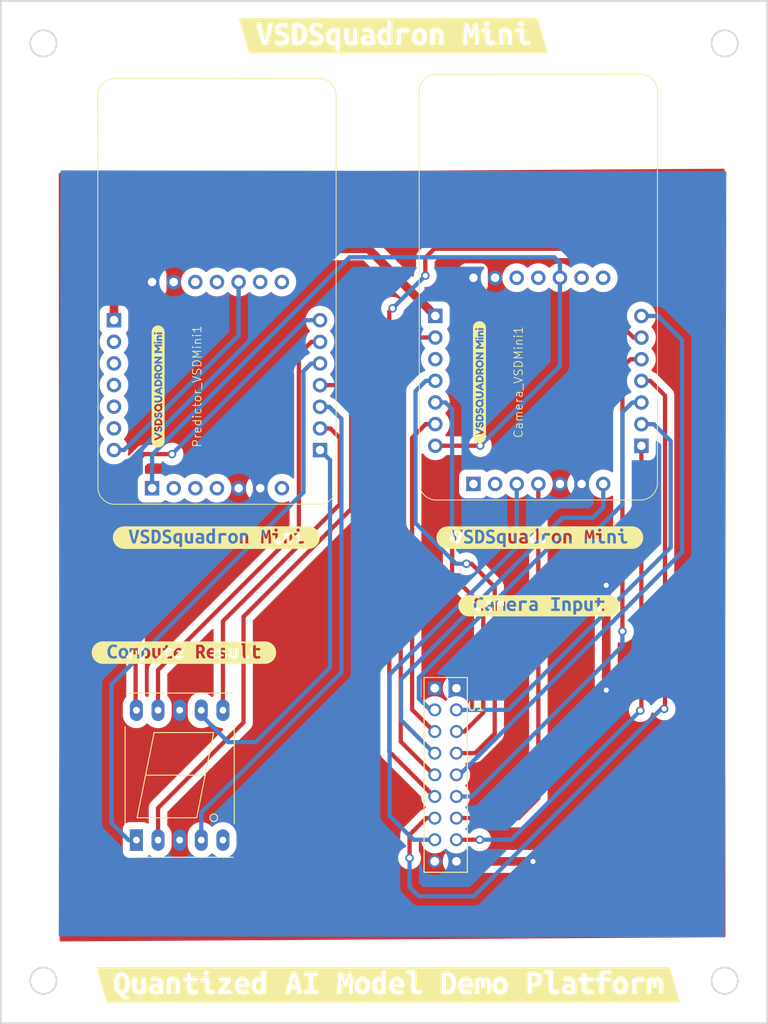
<source format=kicad_pcb>
(kicad_pcb (version 20240108) (generator "pcbnew") (generator_version "8.0")
  (layers (0 "F.Cu" signal) (31 "B.Cu" signal) (34 "B.Paste" user) (35 "F.Paste" user) (36 "B.SilkS" user "B.Silkscreen") (37 "F.SilkS" user "F.Silkscreen") (38 "B.Mask" user) (39 "F.Mask" user) (44 "Edge.Cuts" user))
  (net 0 "")
  (net 1 "Net-(AFF1-c)")
  (net 2 "Net-(AFF1-b)")
  (net 3 "Net-(AFF1-e)")
  (net 4 "Net-(AFF1-a)")
  (net 5 "+3.3V")
  (net 6 "Net-(AFF1-d)")
  (net 7 "Net-(AFF1-f)")
  (net 8 "Net-(AFF1-g)")
  (net 11 "Net-(Camera_VSDMini1-Nano_PC7)")
  (net 13 "Net-(Camera_VSDMini1-Nano_PC4)")
  (net 14 "Net-(Camera_VSDMini1-Nano_PD4)")
  (net 15 "Net-(Camera_VSDMini1-Nano_PD3)")
  (net 16 "Net-(Camera_VSDMini1-Nano_PA2)")
  (net 17 "Net-(Camera_VSDMini1-+5V)")
  (net 18 "Net-(Camera_VSDMini1-Nano_PD5)")
  (net 20 "GND")
  (net 21 "Net-(Camera_VSDMini1-Nano_PA1)")
  (net 22 "Net-(Camera_VSDMini1-Nano_PC1)")
  (net 25 "Net-(Camera_VSDMini1-Nano_PD0)")
  (net 26 "Net-(Camera_VSDMini1-Nano_PC6)")
  (net 27 "Net-(Camera_VSDMini1-Nano_PC2)")
  (net 28 "Net-(Camera_VSDMini1-Nano_PC5)")
  (net 29 "Net-(Camera_VSDMini1-Nano_PC0)")
  (net 31 "Net-(Camera_VSDMini1-Nano_PC3)")
  (net 32 "Net-(Camera_VSDMini1-Nano_PD2)")
  (net 36 "Net-(Predictor_VSDMini1-Nano_PD5)")
  (footprint "kibuzzard-66C8A86F" (layer "F.Cu") (at 71.5 126.5)
    (property "Reference" "kibuzzard-66C8A86F" (hide yes))
    (property "Value" "G***" (hide yes))
  )
  (footprint "VSD:VSDSquadron Mini" (layer "F.Cu") (at 73.5486 95.2564 90)
    (property "Reference" "Predictor_VSDMini1" (at 0 -0.5 90) (layer "F.SilkS") (effects (font (thickness 0.1))))
    (property "Value" "~")
    (pad "1" thru_hole rect (at -11.943567 -5.783567 90) (size 1.7 1.7) (drill 1) (layers "*.Cu" "*.Mask") (net 18 "Net-(Camera_VSDMini1-Nano_PD5)"))
    (pad "2" thru_hole oval (at -11.943567 -3.243567 90) (size 1.7 1.7) (drill 1) (layers "*.Cu" "*.Mask"))
    (pad "3" thru_hole oval (at -11.943567 -0.703567 90) (size 1.7 1.7) (drill 1) (layers "*.Cu" "*.Mask"))
    (pad "4" thru_hole oval (at -11.943567 1.836433 90) (size 1.7 1.7) (drill 1) (layers "*.Cu" "*.Mask"))
    (pad "5" thru_hole oval (at -11.943567 4.376433 90) (size 1.7 1.7) (drill 1) (layers "*.Cu" "*.Mask") (net 5 "+3.3V"))
    (pad "6" thru_hole oval (at -11.943567 6.916433 90) (size 1.7 1.7) (drill 1) (layers "*.Cu" "*.Mask") (net 20 "GND"))
    (pad "7" thru_hole oval (at -11.943567 9.456433 90) (size 1.7 1.7) (drill 1) (layers "*.Cu" "*.Mask"))
    (pad "8" thru_hole rect (at -7.468567 13.936433 180) (size 1.7 1.7) (drill 1) (layers "*.Cu" "*.Mask") (net 4 "Net-(AFF1-a)"))
    (pad "9" thru_hole oval (at -4.928567 13.936433 180) (size 1.7 1.7) (drill 1) (layers "*.Cu" "*.Mask") (net 2 "Net-(AFF1-b)"))
    (pad "10" thru_hole oval (at -2.388567 13.936433 180) (size 1.7 1.7) (drill 1) (layers "*.Cu" "*.Mask") (net 1 "Net-(AFF1-c)"))
    (pad "11" thru_hole oval (at 0.151433 13.936433 180) (size 1.7 1.7) (drill 1) (layers "*.Cu" "*.Mask") (net 6 "Net-(AFF1-d)"))
    (pad "12" thru_hole oval (at 2.691433 13.936433 180) (size 1.7 1.7) (drill 1) (layers "*.Cu" "*.Mask") (net 3 "Net-(AFF1-e)"))
    (pad "13" thru_hole oval (at 5.231433 13.936433 180) (size 1.7 1.7) (drill 1) (layers "*.Cu" "*.Mask") (net 7 "Net-(AFF1-f)"))
    (pad "14" thru_hole oval (at 7.771433 13.936433 180) (size 1.7 1.7) (drill 1) (layers "*.Cu" "*.Mask") (net 8 "Net-(AFF1-g)"))
    (pad "15" thru_hole oval (at 12.256433 9.451433 90) (size 1.7 1.7) (drill 1) (layers "*.Cu" "*.Mask"))
    (pad "16" thru_hole oval (at 12.256433 6.911433 90) (size 1.7 1.7) (drill 1) (layers "*.Cu" "*.Mask"))
    (pad "17" thru_hole oval (at 12.256433 4.371433 90) (size 1.7 1.7) (drill 1) (layers "*.Cu" "*.Mask") (net 36 "Net-(Predictor_VSDMini1-Nano_PD5)"))
    (pad "18" thru_hole oval (at 12.256433 1.831433 90) (size 1.7 1.7) (drill 1) (layers "*.Cu" "*.Mask"))
    (pad "19" thru_hole oval (at 12.256433 -0.708567 90) (size 1.7 1.7) (drill 1) (layers "*.Cu" "*.Mask"))
    (pad "20" thru_hole oval (at 12.256433 -3.248567 90) (size 1.7 1.7) (drill 1) (layers "*.Cu" "*.Mask") (net 5 "+3.3V"))
    (pad "21" thru_hole rect (at 12.256433 -5.788567 90) (size 1.7 1.7) (drill 1) (layers "*.Cu" "*.Mask") (net 20 "GND"))
    (pad "22" thru_hole rect (at 7.781433 -10.263567) (size 1.7 1.7) (drill 1) (layers "*.Cu" "*.Mask") (net 17 "Net-(Camera_VSDMini1-+5V)"))
    (pad "23" thru_hole oval (at 5.241433 -10.263567) (size 1.7 1.7) (drill 1) (layers "*.Cu" "*.Mask"))
    (pad "24" thru_hole oval (at 2.701433 -10.263567) (size 1.7 1.7) (drill 1) (layers "*.Cu" "*.Mask"))
    (pad "25" thru_hole oval (at 0.161433 -10.263567) (size 1.7 1.7) (drill 1) (layers "*.Cu" "*.Mask"))
    (pad "26" thru_hole oval (at -2.378567 -10.263567) (size 1.7 1.7) (drill 1) (layers "*.Cu" "*.Mask"))
    (pad "27" thru_hole oval (at -4.918567 -10.263567) (size 1.7 1.7) (drill 1) (layers "*.Cu" "*.Mask"))
    (pad "28" thru_hole oval (at -7.458567 -10.263567) (size 1.7 1.7) (drill 1) (layers "*.Cu" "*.Mask") (net 36 "Net-(Predictor_VSDMini1-Nano_PD5)"))
  )
  (footprint "kibuzzard-66C8A7E0" (layer "F.Cu") (at 113.2 121)
    (property "Reference" "kibuzzard-66C8A7E0" (hide yes))
    (property "Value" "G***" (hide yes))
  )
  (footprint "Display_7Segment:7SegmentLED_LTS6760_LTS6780" (layer "F.Cu") (at 65.92 148.5 90)
    (property "Reference" "AFF1" (hide yes))
    (property "Value" "LTS-6960HR" (hide yes))
    (pad "1" thru_hole rect (at 0 0) (size 1.524 2.524) (drill 0.8) (layers "*.Cu" "*.Mask") (net 3 "Net-(AFF1-e)"))
    (pad "2" thru_hole oval (at 0 2.54) (size 1.524 2.524) (drill 0.8) (layers "*.Cu" "*.Mask") (net 6 "Net-(AFF1-d)"))
    (pad "3" thru_hole oval (at 0 5.08) (size 1.524 2.524) (drill 0.8) (layers "*.Cu" "*.Mask") (net 5 "+3.3V"))
    (pad "4" thru_hole oval (at 0 7.62) (size 1.524 2.524) (drill 0.8) (layers "*.Cu" "*.Mask") (net 1 "Net-(AFF1-c)"))
    (pad "5" thru_hole oval (at 0 10.16) (size 1.524 2.524) (drill 0.8) (layers "*.Cu" "*.Mask"))
    (pad "6" thru_hole oval (at 15.24 10.16) (size 1.524 2.524) (drill 0.8) (layers "*.Cu" "*.Mask") (net 2 "Net-(AFF1-b)"))
    (pad "7" thru_hole oval (at 15.24 7.62) (size 1.524 2.524) (drill 0.8) (layers "*.Cu" "*.Mask") (net 4 "Net-(AFF1-a)"))
    (pad "8" thru_hole oval (at 15.24 5.08) (size 1.524 2.524) (drill 0.8) (layers "*.Cu" "*.Mask") (net 5 "+3.3V"))
    (pad "9" thru_hole oval (at 15.24 2.54) (size 1.524 2.524) (drill 0.8) (layers "*.Cu" "*.Mask") (net 7 "Net-(AFF1-f)"))
    (pad "10" thru_hole oval (at 15.24 0) (size 1.524 2.524) (drill 0.8) (layers "*.Cu" "*.Mask") (net 8 "Net-(AFF1-g)"))
  )
  (footprint "kibuzzard-66C8A791" (layer "F.Cu") (at 75.3 113)
    (property "Reference" "kibuzzard-66C8A791" (hide yes))
    (property "Value" "G***" (hide yes))
  )
  (footprint "VSD:VSDSquadron Mini" (layer "F.Cu") (at 111.2886 94.7564 90)
    (property "Reference" "Camera_VSDMini1" (at 0 -0.5 90) (layer "F.SilkS") (effects (font (thickness 0.1))))
    (property "Value" "~")
    (pad "1" thru_hole rect (at -11.943567 -5.783567 90) (size 1.7 1.7) (drill 1) (layers "*.Cu" "*.Mask"))
    (pad "2" thru_hole oval (at -11.943567 -3.243567 90) (size 1.7 1.7) (drill 1) (layers "*.Cu" "*.Mask"))
    (pad "3" thru_hole oval (at -11.943567 -0.703567 90) (size 1.7 1.7) (drill 1) (layers "*.Cu" "*.Mask") (net 21 "Net-(Camera_VSDMini1-Nano_PA1)"))
    (pad "4" thru_hole oval (at -11.943567 1.836433 90) (size 1.7 1.7) (drill 1) (layers "*.Cu" "*.Mask") (net 16 "Net-(Camera_VSDMini1-Nano_PA2)"))
    (pad "5" thru_hole oval (at -11.943567 4.376433 90) (size 1.7 1.7) (drill 1) (layers "*.Cu" "*.Mask") (net 5 "+3.3V"))
    (pad "6" thru_hole oval (at -11.943567 6.916433 90) (size 1.7 1.7) (drill 1) (layers "*.Cu" "*.Mask") (net 20 "GND"))
    (pad "7" thru_hole oval (at -11.943567 9.456433 90) (size 1.7 1.7) (drill 1) (layers "*.Cu" "*.Mask") (net 25 "Net-(Camera_VSDMini1-Nano_PD0)"))
    (pad "8" thru_hole rect (at -7.468567 13.936433 180) (size 1.7 1.7) (drill 1) (layers "*.Cu" "*.Mask") (net 29 "Net-(Camera_VSDMini1-Nano_PC0)"))
    (pad "9" thru_hole oval (at -4.928567 13.936433 180) (size 1.7 1.7) (drill 1) (layers "*.Cu" "*.Mask") (net 22 "Net-(Camera_VSDMini1-Nano_PC1)"))
    (pad "10" thru_hole oval (at -2.388567 13.936433 180) (size 1.7 1.7) (drill 1) (layers "*.Cu" "*.Mask") (net 27 "Net-(Camera_VSDMini1-Nano_PC2)"))
    (pad "11" thru_hole oval (at 0.151433 13.936433 180) (size 1.7 1.7) (drill 1) (layers "*.Cu" "*.Mask") (net 31 "Net-(Camera_VSDMini1-Nano_PC3)"))
    (pad "12" thru_hole oval (at 2.691433 13.936433 180) (size 1.7 1.7) (drill 1) (layers "*.Cu" "*.Mask") (net 13 "Net-(Camera_VSDMini1-Nano_PC4)"))
    (pad "13" thru_hole oval (at 5.231433 13.936433 180) (size 1.7 1.7) (drill 1) (layers "*.Cu" "*.Mask") (net 28 "Net-(Camera_VSDMini1-Nano_PC5)"))
    (pad "14" thru_hole oval (at 7.771433 13.936433 180) (size 1.7 1.7) (drill 1) (layers "*.Cu" "*.Mask") (net 26 "Net-(Camera_VSDMini1-Nano_PC6)"))
    (pad "15" thru_hole oval (at 12.256433 9.451433 90) (size 1.7 1.7) (drill 1) (layers "*.Cu" "*.Mask"))
    (pad "16" thru_hole oval (at 12.256433 6.911433 90) (size 1.7 1.7) (drill 1) (layers "*.Cu" "*.Mask"))
    (pad "17" thru_hole oval (at 12.256433 4.371433 90) (size 1.7 1.7) (drill 1) (layers "*.Cu" "*.Mask") (net 18 "Net-(Camera_VSDMini1-Nano_PD5)"))
    (pad "18" thru_hole oval (at 12.256433 1.831433 90) (size 1.7 1.7) (drill 1) (layers "*.Cu" "*.Mask"))
    (pad "19" thru_hole oval (at 12.256433 -0.708567 90) (size 1.7 1.7) (drill 1) (layers "*.Cu" "*.Mask"))
    (pad "20" thru_hole oval (at 12.256433 -3.248567 90) (size 1.7 1.7) (drill 1) (layers "*.Cu" "*.Mask") (net 5 "+3.3V"))
    (pad "21" thru_hole rect (at 12.256433 -5.788567 90) (size 1.7 1.7) (drill 1) (layers "*.Cu" "*.Mask") (net 20 "GND"))
    (pad "22" thru_hole rect (at 7.781433 -10.263567) (size 1.7 1.7) (drill 1) (layers "*.Cu" "*.Mask") (net 17 "Net-(Camera_VSDMini1-+5V)"))
    (pad "23" thru_hole oval (at 5.241433 -10.263567) (size 1.7 1.7) (drill 1) (layers "*.Cu" "*.Mask") (net 11 "Net-(Camera_VSDMini1-Nano_PC7)"))
    (pad "24" thru_hole oval (at 2.701433 -10.263567) (size 1.7 1.7) (drill 1) (layers "*.Cu" "*.Mask"))
    (pad "25" thru_hole oval (at 0.161433 -10.263567) (size 1.7 1.7) (drill 1) (layers "*.Cu" "*.Mask") (net 32 "Net-(Camera_VSDMini1-Nano_PD2)"))
    (pad "26" thru_hole oval (at -2.378567 -10.263567) (size 1.7 1.7) (drill 1) (layers "*.Cu" "*.Mask") (net 15 "Net-(Camera_VSDMini1-Nano_PD3)"))
    (pad "27" thru_hole oval (at -4.918567 -10.263567) (size 1.7 1.7) (drill 1) (layers "*.Cu" "*.Mask") (net 14 "Net-(Camera_VSDMini1-Nano_PD4)"))
    (pad "28" thru_hole oval (at -7.458567 -10.263567) (size 1.7 1.7) (drill 1) (layers "*.Cu" "*.Mask") (net 18 "Net-(Camera_VSDMini1-Nano_PD5)"))
  )
  (footprint "kibuzzard-66C8ADA8" (layer "F.Cu") (at 95.5 165.5)
    (property "Reference" "kibuzzard-66C8ADA8" (hide yes))
    (property "Value" "G***" (hide yes))
  )
  (footprint "kibuzzard-66C8A791" (layer "F.Cu") (at 113.3 113)
    (property "Reference" "kibuzzard-66C8A791" (hide yes))
    (property "Value" "G***" (hide yes))
  )
  (footprint "kibuzzard-66C8AD7B" (layer "F.Cu") (at 96.1 54.1)
    (property "Reference" "kibuzzard-66C8AD7B" (hide yes))
    (property "Value" "G***" (hide yes))
  )
  (footprint "OV7670:CAMERA-OV7670-DIP" (layer "F.Cu") (at 114.46 141)
    (property "Reference" "U1" (at -8.652 -8.19 180) (layer "F.SilkS"))
    (property "Value" "CAMERA-OV7670")
    (pad "P$1" thru_hole circle (at -13.5 10) (size 1.524 1.524) (drill 1.016) (layers "*.Cu" "*.Mask") (net 5 "+3.3V"))
    (pad "P$2" thru_hole circle (at -13.5 7.46) (size 1.524 1.524) (drill 1.016) (layers "*.Cu" "*.Mask") (net 21 "Net-(Camera_VSDMini1-Nano_PA1)"))
    (pad "P$3" thru_hole circle (at -13.5 4.92) (size 1.524 1.524) (drill 1.016) (layers "*.Cu" "*.Mask") (net 31 "Net-(Camera_VSDMini1-Nano_PC3)"))
    (pad "P$4" thru_hole circle (at -13.5 2.38) (size 1.524 1.524) (drill 1.016) (layers "*.Cu" "*.Mask") (net 28 "Net-(Camera_VSDMini1-Nano_PC5)"))
    (pad "P$5" thru_hole circle (at -13.5 -0.16) (size 1.524 1.524) (drill 1.016) (layers "*.Cu" "*.Mask") (net 11 "Net-(Camera_VSDMini1-Nano_PC7)"))
    (pad "P$6" thru_hole circle (at -13.5 -2.7) (size 1.524 1.524) (drill 1.016) (layers "*.Cu" "*.Mask") (net 25 "Net-(Camera_VSDMini1-Nano_PD0)"))
    (pad "P$7" thru_hole circle (at -13.5 -5.24) (size 1.524 1.524) (drill 1.016) (layers "*.Cu" "*.Mask") (net 14 "Net-(Camera_VSDMini1-Nano_PD4)"))
    (pad "P$8" thru_hole circle (at -13.5 -7.78) (size 1.524 1.524) (drill 1.016) (layers "*.Cu" "*.Mask") (net 27 "Net-(Camera_VSDMini1-Nano_PC2)"))
    (pad "P$9" thru_hole rect (at -13.5 -10.32) (size 1.524 1.524) (drill 1.016) (layers "*.Cu" "*.Mask") (net 5 "+3.3V"))
    (pad "P$10" thru_hole circle (at -10.96 -10.32) (size 1.524 1.524) (drill 1.016) (layers "*.Cu" "*.Mask") (net 20 "GND"))
    (pad "P$11" thru_hole circle (at -10.96 -7.78) (size 1.524 1.524) (drill 1.016) (layers "*.Cu" "*.Mask") (net 22 "Net-(Camera_VSDMini1-Nano_PC1)"))
    (pad "P$12" thru_hole circle (at -10.96 -5.24) (size 1.524 1.524) (drill 1.016) (layers "*.Cu" "*.Mask") (net 15 "Net-(Camera_VSDMini1-Nano_PD3)"))
    (pad "P$13" thru_hole circle (at -10.96 -2.7) (size 1.524 1.524) (drill 1.016) (layers "*.Cu" "*.Mask") (net 32 "Net-(Camera_VSDMini1-Nano_PD2)"))
    (pad "P$14" thru_hole circle (at -10.96 -0.16) (size 1.524 1.524) (drill 1.016) (layers "*.Cu" "*.Mask") (net 26 "Net-(Camera_VSDMini1-Nano_PC6)"))
    (pad "P$15" thru_hole circle (at -10.96 2.38) (size 1.524 1.524) (drill 1.016) (layers "*.Cu" "*.Mask") (net 13 "Net-(Camera_VSDMini1-Nano_PC4)"))
    (pad "P$16" thru_hole circle (at -10.96 4.92) (size 1.524 1.524) (drill 1.016) (layers "*.Cu" "*.Mask") (net 16 "Net-(Camera_VSDMini1-Nano_PA2)"))
    (pad "P$17" thru_hole circle (at -10.96 7.46) (size 1.524 1.524) (drill 1.016) (layers "*.Cu" "*.Mask") (net 29 "Net-(Camera_VSDMini1-Nano_PC0)"))
    (pad "P$18" thru_hole circle (at -10.96 10) (size 1.524 1.524) (drill 1.016) (layers "*.Cu" "*.Mask") (net 20 "GND"))
  )
  (gr_circle (center 55 55) (end 56.55 55) (stroke (width 0.2)) (fill none) (layer "Edge.Cuts"))
  (gr_rect (start 50 50) (end 140 170) (stroke (width 0.2)) (fill none) (layer "Edge.Cuts"))
  (gr_circle (center 135 165) (end 136.55 165) (stroke (width 0.2)) (fill none) (layer "Edge.Cuts"))
  (gr_circle (center 135 55) (end 136.55 55) (stroke (width 0.2)) (fill none) (layer "Edge.Cuts"))
  (gr_circle (center 55 165) (end 56.55 165) (stroke (width 0.2)) (fill none) (layer "Edge.Cuts"))
  (segment (start 73.54 145.2722) (end 90 128.8122) (width 0.5) (layer "B.Cu") (net 1))
  (segment (start 90 99.0733) (end 88.5717 97.645) (width 0.5) (layer "B.Cu") (net 1))
  (segment (start 88.5717 97.645) (end 87.485 97.645) (width 0.5) (layer "B.Cu") (net 1))
  (segment (start 90 128.8122) (end 90 99.0733) (width 0.5) (layer "B.Cu") (net 1))
  (segment (start 73.54 148.5) (end 73.54 145.2722) (width 0.5) (layer "B.Cu") (net 1))
  (segment (start 89.8 101.3) (end 89.8 109.095046) (width 0.5) (layer "F.Cu") (net 2))
  (segment (start 88.685 100.185) (end 89.8 101.3) (width 0.5) (layer "F.Cu") (net 2))
  (segment (start 76.08 122.815046) (end 76.08 133.26) (width 0.5) (layer "F.Cu") (net 2))
  (segment (start 89.8 109.095046) (end 76.08 122.815046) (width 0.5) (layer "F.Cu") (net 2))
  (segment (start 87.485 100.185) (end 88.685 100.185) (width 0.5) (layer "F.Cu") (net 2))
  (segment (start 65 148.5) (end 63 146.5) (width 0.5) (layer "B.Cu") (net 3))
  (segment (start 63 130.2113) (end 85.5433 107.668) (width 0.5) (layer "B.Cu") (net 3))
  (segment (start 86.435 92.565) (end 87.485 92.565) (width 0.5) (layer "B.Cu") (net 3))
  (segment (start 85.5 93.5) (end 86.435 92.565) (width 0.5) (layer "B.Cu") (net 3))
  (segment (start 85.5433 107.668) (end 85.5433 93.5433) (width 0.5) (layer "B.Cu") (net 3))
  (segment (start 85.5433 93.5433) (end 85.5 93.5) (width 0.5) (layer "B.Cu") (net 3))
  (segment (start 63 146.5) (end 63 130.2113) (width 0.5) (layer "B.Cu") (net 3))
  (segment (start 65.92 148.5) (end 65 148.5) (width 0.5) (layer "B.Cu") (net 3))
  (segment (start 88.66 128.257154) (end 88.66 103.9) (width 0.5) (layer "B.Cu") (net 4))
  (segment (start 79.917154 137) (end 88.66 128.257154) (width 0.5) (layer "B.Cu") (net 4))
  (segment (start 88.66 103.9) (end 87.485 102.725) (width 0.5) (layer "B.Cu") (net 4))
  (segment (start 73.54 133.26) (end 73.54 133.839124) (width 0.5) (layer "B.Cu") (net 4))
  (segment (start 73.54 133.839124) (end 76.700876 137) (width 0.5) (layer "B.Cu") (net 4))
  (segment (start 76.700876 137) (end 79.917154 137) (width 0.5) (layer "B.Cu") (net 4))
  (segment (start 68.46 144.74) (end 78.5 134.7) (width 0.5) (layer "F.Cu") (net 6))
  (segment (start 91.14 109.650092) (end 91.14 96.8183) (width 0.5) (layer "F.Cu") (net 6))
  (segment (start 89.4267 95.105) (end 87.485 95.105) (width 0.5) (layer "F.Cu") (net 6))
  (segment (start 78.5 122.290092) (end 91.14 109.650092) (width 0.5) (layer "F.Cu") (net 6))
  (segment (start 68.46 148.5) (end 68.46 144.74) (width 0.5) (layer "F.Cu") (net 6))
  (segment (start 78.5 134.7) (end 78.5 122.290092) (width 0.5) (layer "F.Cu") (net 6))
  (segment (start 91.14 96.8183) (end 89.4267 95.105) (width 0.5) (layer "F.Cu") (net 6))
  (segment (start 86.475 90.025) (end 87.485 90.025) (width 0.5) (layer "F.Cu") (net 7))
  (segment (start 85 112) (end 85 91.5) (width 0.5) (layer "F.Cu") (net 7))
  (segment (start 85 91.5) (end 86.475 90.025) (width 0.5) (layer "F.Cu") (net 7))
  (segment (start 68.46 133.26) (end 68.46 128.54) (width 0.5) (layer "F.Cu") (net 7))
  (segment (start 68.46 128.54) (end 85 112) (width 0.5) (layer "F.Cu") (net 7))
  (segment (start 66.8 103.2) (end 70.1 103.2) (width 0.5) (layer "F.Cu") (net 8))
  (segment (start 65.825033 104.174967) (end 66.8 103.2) (width 0.5) (layer "F.Cu") (net 8))
  (segment (start 65.92 133.26) (end 65.825033 133.165033) (width 0.5) (layer "F.Cu") (net 8))
  (segment (start 65.825033 133.165033) (end 65.825033 104.174967) (width 0.5) (layer "F.Cu") (net 8))
  (via (at 70.1 103.2) (size 1) (drill 0.6) (layers "F.Cu" "B.Cu") (net 8))
  (segment (start 85.815033 87.484967) (end 87.485033 87.484967) (width 0.5) (layer "B.Cu") (net 8))
  (segment (start 70.1 103.2) (end 85.815033 87.484967) (width 0.5) (layer "B.Cu") (net 8))
  (segment (start 100.96 140.84) (end 100.861 140.84) (width 0.5) (layer "F.Cu") (net 11))
  (segment (start 96.96 91.6383) (end 99.0833 89.515) (width 0.5) (layer "F.Cu") (net 11))
  (segment (start 100.861 140.84) (end 96.96 136.939) (width 0.5) (layer "F.Cu") (net 11))
  (segment (start 99.0833 89.515) (end 101.025 89.515) (width 0.5) (layer "F.Cu") (net 11))
  (segment (start 96.96 136.939) (end 96.96 91.6383) (width 0.5) (layer "F.Cu") (net 11))
  (segment (start 123 93) (end 123.935 92.065) (width 0.5) (layer "F.Cu") (net 13))
  (segment (start 123 124) (end 123 93) (width 0.5) (layer "F.Cu") (net 13))
  (segment (start 123.935 92.065) (end 125.225 92.065) (width 0.5) (layer "F.Cu") (net 13))
  (via (at 123 124) (size 1) (drill 0.6) (layers "F.Cu" "B.Cu") (net 13))
  (segment (start 123 124) (end 123 125.7) (width 0.5) (layer "B.Cu") (net 13))
  (segment (start 105.32 143.38) (end 103.5 143.38) (width 0.5) (layer "B.Cu") (net 13))
  (segment (start 123 125.7) (end 105.32 143.38) (width 0.5) (layer "B.Cu") (net 13))
  (segment (start 98.3 133.1935) (end 98.3 101.2833) (width 0.5) (layer "F.Cu") (net 14))
  (segment (start 98.3 101.2833) (end 99.9083 99.675) (width 0.5) (layer "F.Cu") (net 14))
  (segment (start 99.9083 99.675) (end 101.025 99.675) (width 0.5) (layer "F.Cu") (net 14))
  (segment (start 100.96 135.76) (end 100.8665 135.76) (width 0.5) (layer "F.Cu") (net 14))
  (segment (start 100.8665 135.76) (end 98.3 133.1935) (width 0.5) (layer "F.Cu") (net 14))
  (segment (start 104.44 135.76) (end 103.5 135.76) (width 0.5) (layer "F.Cu") (net 15))
  (segment (start 106.66 121.125757) (end 106.66 133.54) (width 0.5) (layer "F.Cu") (net 15))
  (segment (start 103 113.1) (end 103 117.307156) (width 0.5) (layer "F.Cu") (net 15))
  (segment (start 103 117.307156) (end 103.096422 117.403578) (width 0.5) (layer "F.Cu") (net 15))
  (segment (start 103.096422 117.403578) (end 103.096422 117.562179) (width 0.5) (layer "F.Cu") (net 15))
  (segment (start 103.096422 117.562179) (end 106.66 121.125757) (width 0.5) (layer "F.Cu") (net 15))
  (segment (start 106.66 133.54) (end 104.44 135.76) (width 0.5) (layer "F.Cu") (net 15))
  (via (at 103 113.1) (size 1) (drill 0.6) (layers "F.Cu" "B.Cu") (net 15))
  (segment (start 103 113.1) (end 103 97.907853) (width 0.5) (layer "B.Cu") (net 15))
  (segment (start 103 97.907853) (end 102.227114 97.134967) (width 0.5) (layer "B.Cu") (net 15))
  (segment (start 102.227114 97.134967) (end 101.025033 97.134967) (width 0.5) (layer "B.Cu") (net 15))
  (segment (start 110.789908 145.92) (end 103.5 145.92) (width 0.5) (layer "F.Cu") (net 16))
  (segment (start 113.125 106.7) (end 113.125 143.584908) (width 0.5) (layer "F.Cu") (net 16))
  (segment (start 113.125 143.584908) (end 110.789908 145.92) (width 0.5) (layer "F.Cu") (net 16))
  (segment (start 93.150066 79.1) (end 101.025033 86.974967) (width 1.016) (layer "F.Cu") (net 17))
  (segment (start 63.285033 87.474967) (end 63.285033 83.078967) (width 1.016) (layer "F.Cu") (net 17))
  (segment (start 67.264 79.1) (end 93.150066 79.1) (width 1.016) (layer "F.Cu") (net 17))
  (segment (start 63.285033 83.078967) (end 67.264 79.1) (width 1.016) (layer "F.Cu") (net 17))
  (segment (start 106.3 102.2) (end 106.285033 102.214967) (width 0.508) (layer "F.Cu") (net 18))
  (segment (start 106.285033 102.214967) (end 101.025033 102.214967) (width 0.508) (layer "F.Cu") (net 18))
  (via (at 106.3 102.2) (size 1) (drill 0.6) (layers "F.Cu" "B.Cu") (net 18))
  (segment (start 115 80.1) (end 115.660033 80.760033) (width 0.508) (layer "B.Cu") (net 18))
  (segment (start 115.660033 82.499967) (end 115.660033 92.839967) (width 0.508) (layer "B.Cu") (net 18))
  (segment (start 115.660033 92.839967) (end 106.3 102.2) (width 0.508) (layer "B.Cu") (net 18))
  (segment (start 115.660033 80.760033) (end 115.660033 82.499967) (width 0.508) (layer "B.Cu") (net 18))
  (segment (start 67.765033 103.28071) (end 90.945743 80.1) (width 0.508) (layer "B.Cu") (net 18))
  (segment (start 90.945743 80.1) (end 115 80.1) (width 0.508) (layer "B.Cu") (net 18))
  (segment (start 67.765033 107.199967) (end 67.765033 103.28071) (width 0.508) (layer "B.Cu") (net 18))
  (segment (start 103.5 151) (end 112.5 151) (width 1.016) (layer "F.Cu") (net 20))
  (segment (start 121.1 118.6) (end 121.1 130.9) (width 1.016) (layer "F.Cu") (net 20))
  (via (at 121.1 118.6) (size 1) (drill 0.6) (layers "F.Cu" "B.Cu") (net 20))
  (via (at 112.5 151) (size 1) (drill 0.6) (layers "F.Cu" "B.Cu") (net 20))
  (via (at 121.1 130.9) (size 1) (drill 0.6) (layers "F.Cu" "B.Cu") (net 20))
  (segment (start 95.66 129.075354) (end 95.66 145.66) (width 0.5) (layer "B.Cu") (net 21))
  (segment (start 110.585 114.150354) (end 95.66 129.075354) (width 0.5) (layer "B.Cu") (net 21))
  (segment (start 95.66 145.66) (end 98.46 148.46) (width 0.5) (layer "B.Cu") (net 21))
  (segment (start 98.46 148.46) (end 100.96 148.46) (width 0.5) (layer "B.Cu") (net 21))
  (segment (start 110.585 106.7) (end 110.585 114.150354) (width 0.5) (layer "B.Cu") (net 21))
  (segment (start 109.595754 133.22) (end 103.5 133.22) (width 0.5) (layer "B.Cu") (net 22))
  (segment (start 128.66 114.155754) (end 109.595754 133.22) (width 0.5) (layer "B.Cu") (net 22))
  (segment (start 126.685 99.685) (end 128.66 101.66) (width 0.5) (layer "B.Cu") (net 22))
  (segment (start 128.66 101.66) (end 128.66 114.155754) (width 0.5) (layer "B.Cu") (net 22))
  (segment (start 125.225 99.685) (end 126.685 99.685) (width 0.5) (layer "B.Cu") (net 22))
  (segment (start 100.96 138.3) (end 100.8675 138.3) (width 0.5) (layer "B.Cu") (net 25))
  (segment (start 120.745 109.454242) (end 120.745 106.7) (width 0.5) (layer "B.Cu") (net 25))
  (segment (start 115.9704 110.66) (end 119.539242 110.66) (width 0.5) (layer "B.Cu") (net 25))
  (segment (start 100.8675 138.3) (end 97 134.4325) (width 0.5) (layer "B.Cu") (net 25))
  (segment (start 97 129.6304) (end 115.9704 110.66) (width 0.5) (layer "B.Cu") (net 25))
  (segment (start 97 134.4325) (end 97 129.6304) (width 0.5) (layer "B.Cu") (net 25))
  (segment (start 119.539242 110.66) (end 120.745 109.454242) (width 0.5) (layer "B.Cu") (net 25))
  (segment (start 103.8708 140.84) (end 130 114.7108) (width 0.5) (layer "B.Cu") (net 26))
  (segment (start 130 89.8183) (end 127.1667 86.985) (width 0.5) (layer "B.Cu") (net 26))
  (segment (start 103.5 140.84) (end 103.8708 140.84) (width 0.5) (layer "B.Cu") (net 26))
  (segment (start 127.1667 86.985) (end 125.225 86.985) (width 0.5) (layer "B.Cu") (net 26))
  (segment (start 130 114.7108) (end 130 89.8183) (width 0.5) (layer "B.Cu") (net 26))
  (segment (start 100.4321 133.22) (end 99.0934 131.8813) (width 0.5) (layer "B.Cu") (net 27))
  (segment (start 99.0934 129.432046) (end 116.525446 112) (width 0.5) (layer "B.Cu") (net 27))
  (segment (start 123 109.094288) (end 123 98.2833) (width 0.5) (layer "B.Cu") (net 27))
  (segment (start 100.96 133.22) (end 100.4321 133.22) (width 0.5) (layer "B.Cu") (net 27))
  (segment (start 124.1383 97.145) (end 125.225 97.145) (width 0.5) (layer "B.Cu") (net 27))
  (segment (start 120.094288 112) (end 123 109.094288) (width 0.5) (layer "B.Cu") (net 27))
  (segment (start 123 98.2833) (end 124.1383 97.145) (width 0.5) (layer "B.Cu") (net 27))
  (segment (start 116.525446 112) (end 120.094288 112) (width 0.5) (layer "B.Cu") (net 27))
  (segment (start 99.0934 131.8813) (end 99.0934 129.432046) (width 0.5) (layer "B.Cu") (net 27))
  (segment (start 95.62 138.1243) (end 100.8757 143.38) (width 0.5) (layer "F.Cu") (net 28))
  (segment (start 96.01 86.09) (end 95.62 86.48) (width 0.5) (layer "F.Cu") (net 28))
  (segment (start 95.62 86.48) (end 95.62 138.1243) (width 0.5) (layer "F.Cu") (net 28))
  (segment (start 123.19165 82.208009) (end 123.19165 88.40835) (width 0.5) (layer "F.Cu") (net 28))
  (segment (start 120.083641 79.1) (end 123.19165 82.208009) (width 0.5) (layer "F.Cu") (net 28))
  (segment (start 100.9 79.1) (end 120.083641 79.1) (width 0.5) (layer "F.Cu") (net 28))
  (segment (start 124.3083 89.525) (end 123.19165 88.40835) (width 0.5) (layer "F.Cu") (net 28))
  (segment (start 125.225 89.525) (end 124.3083 89.525) (width 0.5) (layer "F.Cu") (net 28))
  (segment (start 100.8757 143.38) (end 100.96 143.38) (width 0.5) (layer "F.Cu") (net 28))
  (segment (start 99.85 80.15) (end 100.9 79.1) (width 0.5) (layer "F.Cu") (net 28))
  (segment (start 99.85 82.25) (end 99.85 80.15) (width 0.5) (layer "F.Cu") (net 28))
  (via (at 99.85 82.25) (size 1) (drill 0.6) (layers "F.Cu" "B.Cu") (net 28))
  (via (at 96.01 86.09) (size 1) (drill 0.6) (layers "F.Cu" "B.Cu") (net 28))
  (segment (start 96.01 86.09) (end 99.85 82.25) (width 0.5) (layer "B.Cu") (net 28))
  (segment (start 103.5 148.46) (end 106.24 148.46) (width 0.5) (layer "F.Cu") (net 29))
  (segment (start 125.225 133.379954) (end 125.225 102.225) (width 0.5) (layer "F.Cu") (net 29))
  (via (at 125.1 133.3) (size 1) (drill 0.6) (layers "F.Cu" "B.Cu") (net 29))
  (via (at 106.24 148.46) (size 1) (drill 0.6) (layers "F.Cu" "B.Cu") (net 29))
  (segment (start 106.24 148.46) (end 109.94 148.46) (width 0.5) (layer "B.Cu") (net 29))
  (segment (start 109.94 148.46) (end 125.1 133.3) (width 0.5) (layer "B.Cu") (net 29))
  (segment (start 99.96795 145.92) (end 100.96 145.92) (width 0.5) (layer "F.Cu") (net 31))
  (segment (start 98 150.6) (end 98 147.88795) (width 0.5) (layer "F.Cu") (net 31))
  (segment (start 128 133) (end 127.9 133.1) (width 0.5) (layer "F.Cu") (net 31))
  (segment (start 98 147.88795) (end 99.96795 145.92) (width 0.5) (layer "F.Cu") (net 31))
  (segment (start 126.2717 94.605) (end 128 96.3333) (width 0.5) (layer "F.Cu") (net 31))
  (segment (start 128 96.3333) (end 128 133) (width 0.5) (layer "F.Cu") (net 31))
  (segment (start 125.225 94.605) (end 126.2717 94.605) (width 0.5) (layer "F.Cu") (net 31))
  (via (at 127.9 133.1) (size 1) (drill 0.6) (layers "F.Cu" "B.Cu") (net 31))
  (via (at 98 150.6) (size 1) (drill 0.6) (layers "F.Cu" "B.Cu") (net 31))
  (segment (start 98 150.6) (end 98 154) (width 0.5) (layer "B.Cu") (net 31))
  (segment (start 105.5486 155.1) (end 127.5486 133.1) (width 0.5) (layer "B.Cu") (net 31))
  (segment (start 127.5486 133.1) (end 127.9 133.1) (width 0.5) (layer "B.Cu") (net 31))
  (segment (start 99.1 155.1) (end 105.5486 155.1) (width 0.5) (layer "B.Cu") (net 31))
  (segment (start 98 154) (end 99.1 155.1) (width 0.5) (layer "B.Cu") (net 31))
  (segment (start 105.2688 116.0688) (end 108 118.8) (width 0.5) (layer "F.Cu") (net 32))
  (segment (start 104.680605 116.0688) (end 105.2688 116.0688) (width 0.5) (layer "F.Cu") (net 32))
  (segment (start 108 118.8) (end 108 136) (width 0.5) (layer "F.Cu") (net 32))
  (segment (start 105.7 138.3) (end 103.5 138.3) (width 0.5) (layer "F.Cu") (net 32))
  (segment (start 108 136) (end 105.7 138.3) (width 0.5) (layer "F.Cu") (net 32))
  (via (at 104.680605 116.0688) (size 1) (drill 0.6) (layers "F.Cu" "B.Cu") (net 32))
  (segment (start 98.7 95.8) (end 99.905 94.595) (width 0.5) (layer "B.Cu") (net 32))
  (segment (start 104.680605 116.0688) (end 103.4688 116.0688) (width 0.5) (layer "B.Cu") (net 32))
  (segment (start 98.7 111.3) (end 98.7 95.8) (width 0.5) (layer "B.Cu") (net 32))
  (segment (start 99.905 94.595) (end 101.025 94.595) (width 0.5) (layer "B.Cu") (net 32))
  (segment (start 103.4688 116.0688) (end 98.7 111.3) (width 0.5) (layer "B.Cu") (net 32))
  (segment (start 77.920033 82.999967) (end 77.920033 89.282048) (width 0.508) (layer "B.Cu") (net 36))
  (segment (start 77.920033 89.282048) (end 64.487114 102.714967) (width 0.508) (layer "B.Cu") (net 36))
  (segment (start 64.487114 102.714967) (end 63.285033 102.714967) (width 0.508) (layer "B.Cu") (net 36))
  (zone (net 5) (net_name "+3.3V") (layer "F.Cu") (connect_pads yes (clearance 0.762)) (min_thickness 0.254) (fill yes (thermal_gap 0.15) (thermal_bridge_width 0.5))
    (polygon (pts (xy 56.8 70.2) (xy 135 69.7) (xy 135.1 159.9) (xy 56.9 160.4)))
  )
  (zone (net 20) (net_name "GND") (layer "B.Cu") (connect_pads yes (clearance 0.762)) (min_thickness 0.254) (fill yes (thermal_gap 0.25) (thermal_bridge_width 0.5))
    (polygon (pts (xy 57 69.9) (xy 135.2 70) (xy 135 159.9) (xy 56.8 159.8)))
  )
)
</source>
